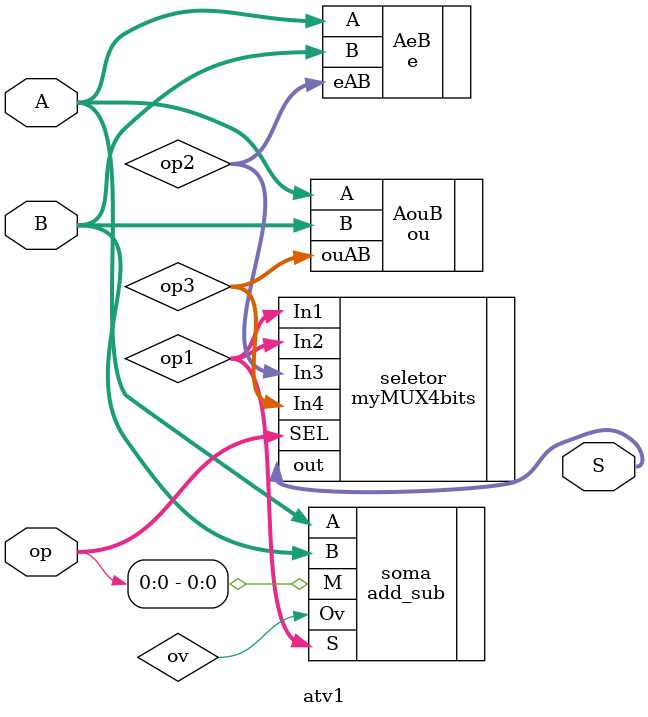
<source format=v>
module atv1(
				input [3:0] A,B,
				input [1:0] op,
				output [3:0] S
			  );
wire ov;
wire [3:0]  op1, op2, op3;
			  
add_sub soma(
				.M(op[0]),
				.A(A), 
				.B(B), 
				.Ov(ov),
				.S(op1) 						
				);
				
				
e AeB(
		.A(A), 
		.B(B), 
		.eAB(op2) 						
		);

ou AouB(
		.A(A), 
		.B(B), 
		.ouAB(op3) 						
		);
		
myMUX4bits seletor(
						.SEL(op),
						.In1(op1),
						.In2(op1),
						.In3(op2),
						.In4(op3),
						.out(S)
						);
			
				
			  
endmodule 
</source>
